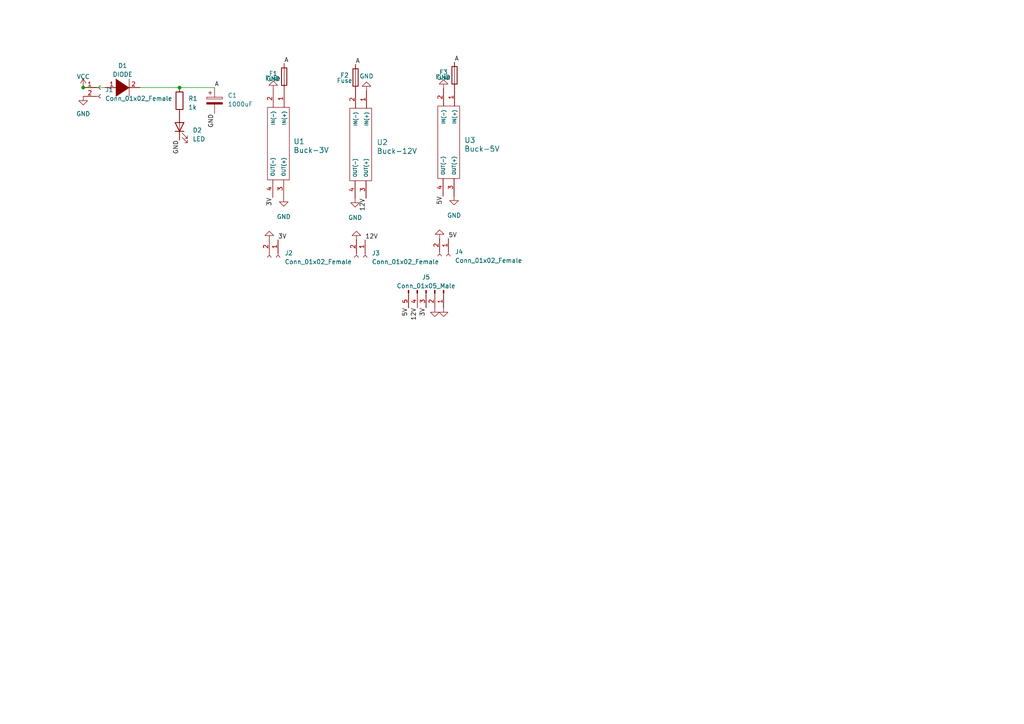
<source format=kicad_sch>
(kicad_sch (version 20220404) (generator eeschema)
  (paper "A4")
  (lib_symbols
    (symbol "Connector:Conn_01x02_Female" (pin_names (offset 1.016) hide)
      (property "Reference" "J" (at 0 2.54 0))
      (property "Value" "Conn_01x02_Female" (at 0 -5.08 0))
      (symbol "Conn_01x02_Female_1_1"
        (arc (start 0 -2.032) (mid -0.508 -2.54) (end 0 -3.048) (stroke (width 0.1524)))
        (polyline (pts (xy -1.27 -2.54) (xy -0.508 -2.54)) (stroke (width 0.1524)))
        (polyline (pts (xy -1.27 0) (xy -0.508 0)) (stroke (width 0.1524)))
        (arc (start 0 0.508) (mid -0.508 0) (end 0 -0.508) (stroke (width 0.1524)))
        (pin passive line (at -5.08 0 0) (length 3.81) (name "Pin_1") (number "1"))
        (pin passive line (at -5.08 -2.54 0) (length 3.81) (name "Pin_2") (number "2"))
      )
    )
    (symbol "Connector:Conn_01x05_Male" (pin_names (offset 1.016) hide)
      (property "Reference" "J" (at 0 7.62 0))
      (property "Value" "Conn_01x05_Male" (at 0 -7.62 0))
      (symbol "Conn_01x05_Male_1_1"
        (polyline (pts (xy 1.27 -5.08) (xy 0.8636 -5.08)) (stroke (width 0.1524)))
        (polyline (pts (xy 1.27 -2.54) (xy 0.8636 -2.54)) (stroke (width 0.1524)))
        (polyline (pts (xy 1.27 0) (xy 0.8636 0)) (stroke (width 0.1524)))
        (polyline (pts (xy 1.27 2.54) (xy 0.8636 2.54)) (stroke (width 0.1524)))
        (polyline (pts (xy 1.27 5.08) (xy 0.8636 5.08)) (stroke (width 0.1524)))
        (rectangle (start 0.8636 -4.953) (end 0 -5.207) (stroke (width 0.1524)) (fill (type outline)))
        (rectangle (start 0.8636 -2.413) (end 0 -2.667) (stroke (width 0.1524)) (fill (type outline)))
        (rectangle (start 0.8636 0.127) (end 0 -0.127) (stroke (width 0.1524)) (fill (type outline)))
        (rectangle (start 0.8636 2.667) (end 0 2.413) (stroke (width 0.1524)) (fill (type outline)))
        (rectangle (start 0.8636 5.207) (end 0 4.953) (stroke (width 0.1524)) (fill (type outline)))
        (pin passive line (at 5.08 5.08 180) (length 3.81) (name "Pin_1") (number "1"))
        (pin passive line (at 5.08 2.54 180) (length 3.81) (name "Pin_2") (number "2"))
        (pin passive line (at 5.08 0 180) (length 3.81) (name "Pin_3") (number "3"))
        (pin passive line (at 5.08 -2.54 180) (length 3.81) (name "Pin_4") (number "4"))
        (pin passive line (at 5.08 -5.08 180) (length 3.81) (name "Pin_5") (number "5"))
      )
    )
    (symbol "Device:C_Polarized" (pin_numbers hide) (pin_names (offset 0.254))
      (property "Reference" "C" (at 0.635 2.54 0))
      (property "Value" "C_Polarized" (at 0.635 -2.54 0))
      (symbol "C_Polarized_0_1"
        (rectangle (start -2.286 0.508) (end 2.286 1.016))
        (polyline (pts (xy -1.778 2.286) (xy -0.762 2.286)))
        (polyline (pts (xy -1.27 2.794) (xy -1.27 1.778)))
        (rectangle (start 2.286 -0.508) (end -2.286 -1.016) (fill (type outline)))
      )
      (symbol "C_Polarized_1_1"
        (pin passive line (at 0 3.81 270) (length 2.794) (name "~") (number "1"))
        (pin passive line (at 0 -3.81 90) (length 2.794) (name "~") (number "2"))
      )
    )
    (symbol "Device:Fuse" (pin_numbers hide) (pin_names (offset 0))
      (property "Reference" "F" (at 2.032 0 90))
      (property "Value" "Fuse" (at -1.905 0 90))
      (symbol "Fuse_0_1"
        (rectangle (start -0.762 -2.54) (end 0.762 2.54) (stroke (width 0.254)))
        (polyline (pts (xy 0 2.54) (xy 0 -2.54)))
      )
      (symbol "Fuse_1_1"
        (pin passive line (at 0 3.81 270) (length 1.27) (name "~") (number "1"))
        (pin passive line (at 0 -3.81 90) (length 1.27) (name "~") (number "2"))
      )
    )
    (symbol "Device:LED" (pin_numbers hide) (pin_names (offset 1.016) hide)
      (property "Reference" "D" (at 0 2.54 0))
      (property "Value" "LED" (at 0 -2.54 0))
      (symbol "LED_0_1"
        (polyline (pts (xy -1.27 -1.27) (xy -1.27 1.27)) (stroke (width 0.254)))
        (polyline (pts (xy -1.27 0) (xy 1.27 0)))
        (polyline (pts (xy 1.27 -1.27) (xy 1.27 1.27) (xy -1.27 0) (xy 1.27 -1.27)) (stroke (width 0.254)))
        (polyline (pts (xy -3.048 -0.762) (xy -4.572 -2.286) (xy -3.81 -2.286) (xy -4.572 -2.286) (xy -4.572 -1.524)))
        (polyline (pts (xy -1.778 -0.762) (xy -3.302 -2.286) (xy -2.54 -2.286) (xy -3.302 -2.286) (xy -3.302 -1.524)))
      )
      (symbol "LED_1_1"
        (pin passive line (at -3.81 0 0) (length 2.54) (name "K") (number "1"))
        (pin passive line (at 3.81 0 180) (length 2.54) (name "A") (number "2"))
      )
    )
    (symbol "Device:R" (pin_numbers hide) (pin_names (offset 0))
      (property "Reference" "R" (at 2.032 0 90))
      (property "Value" "R" (at 0 0 90))
      (symbol "R_0_1"
        (rectangle (start -1.016 -2.54) (end 1.016 2.54) (stroke (width 0.254)))
      )
      (symbol "R_1_1"
        (pin passive line (at 0 3.81 270) (length 1.27) (name "~") (number "1"))
        (pin passive line (at 0 -3.81 90) (length 1.27) (name "~") (number "2"))
      )
    )
    (symbol "Prashant_library:Buck" (pin_names (offset 1.016))
      (property "Reference" "U" (at 8.2296 7.4676 0))
      (property "Value" "Buck" (at 3.1496 7.4676 0))
      (symbol "Buck_0_0"
        (rectangle (start 0.0254 6.4516) (end 21.0566 0.1016))
      )
      (symbol "Buck_1_1"
        (pin input line (at -5.08 4.953 0) (length 5.08) (name "IN(+)") (number "1"))
        (pin input line (at -5.08 1.778 0) (length 5.08) (name "IN(-)") (number "2"))
        (pin input line (at 26.162 4.826 180) (length 5.08) (name "OUT(+)") (number "3"))
        (pin input line (at 26.162 1.651 180) (length 5.08) (name "OUT(-)") (number "4"))
      )
    )
    (symbol "power:GND" (power) (pin_names (offset 0))
      (property "Value" "GND" (at 0 -3.81 0))
      (symbol "GND_0_1"
        (polyline (pts (xy 0 0) (xy 0 -1.27) (xy 1.27 -1.27) (xy 0 -2.54) (xy -1.27 -1.27) (xy 0 -1.27)))
      )
      (symbol "GND_1_1"
        (pin power_in line (at 0 0 270) (length 0) hide (name "GND") (number "1"))
      )
    )
    (symbol "power:VCC" (power) (pin_names (offset 0))
      (property "Value" "VCC" (at 0 3.81 0))
      (symbol "VCC_0_1"
        (polyline (pts (xy -0.762 1.27) (xy 0 2.54)))
        (polyline (pts (xy 0 0) (xy 0 2.54)))
        (polyline (pts (xy 0 2.54) (xy 0.762 1.27)))
      )
      (symbol "VCC_1_1"
        (pin power_in line (at 0 0 90) (length 0) hide (name "VCC") (number "1"))
      )
    )
    (symbol "pspice:DIODE" (pin_names (offset 1.016) hide)
      (property "Reference" "D" (at 0 3.81 0))
      (property "Value" "DIODE" (at 0 -4.445 0))
      (symbol "DIODE_0_1"
        (polyline (pts (xy 1.905 2.54) (xy 1.905 -2.54)))
        (polyline (pts (xy -1.905 2.54) (xy -1.905 -2.54) (xy 1.905 0)) (fill (type outline)))
      )
      (symbol "DIODE_1_1"
        (pin input line (at -5.08 0 0) (length 3.81) (name "K") (number "1"))
        (pin input line (at 5.08 0 180) (length 3.81) (name "A") (number "2"))
      )
    )
  )
  (junction (at 24.13 25.4))
  (junction (at 52.07 25.4))
  (wire (pts (xy 52.07 25.4) (xy 62.23 25.4)))
  (wire (pts (xy 40.64 25.4) (xy 52.07 25.4)))
  (wire (pts (xy 24.13 25.4) (xy 30.48 25.4)))
  (label "A" (at 131.826 18.034 0))
  (label "GND" (at 62.23 33.02 90))
  (label "GND" (at 52.07 40.64 90))
  (label "3V" (at 123.571 89.281 90))
  (label "12V" (at 105.918 69.596 0))
  (label "A" (at 62.23 25.4 0))
  (label "12V" (at 106.172 57.531 90))
  (label "3V" (at 79.121 57.277 90))
  (label "5V" (at 128.524 56.896 90))
  (label "5V" (at 130.048 69.215 0))
  (label "A" (at 82.423 18.415 0))
  (label "A" (at 103.124 18.669 0))
  (label "12V" (at 121.031 89.281 90))
  (label "3V" (at 80.645 69.596 0))
  (label "5V" (at 118.491 89.281 90))
  (symbol (lib_id "power:GND") (at 106.299 26.289 180) (unit 1)
    (default_instance (reference "#PWR") (unit 1) (value "GND") (footprint ""))
    (property "Reference" "#PWR0107" (effects hide))
    (property "Value" "GND" (at 106.299 22.098 0))
  )
  (symbol (lib_id "Connector:Conn_01x02_Female") (at 130.048 74.295 270) (unit 1)
    (default_instance (reference "J") (unit 1) (value "Conn_01x02_Female") (footprint ""))
    (property "Reference" "J4" (at 131.953 73.025 90) (effects (justify left)))
    (property "Value" "Conn_01x02_Female" (at 131.953 75.565 90) (effects (justify left)))
    (property "Footprint" "modFiles:Solar_Connector" (effects hide))
  )
  (symbol (lib_id "Device:Fuse") (at 103.124 22.479 0) (unit 1)
    (default_instance (reference "F") (unit 1) (value "Fuse") (footprint ""))
    (property "Reference" "F2" (at 98.679 21.844 0) (effects (justify left)))
    (property "Value" "Fuse" (at 97.663 23.368 0) (effects (justify left)))
    (property "Footprint" "modFiles:Fuse_Holder" (effects hide))
  )
  (symbol (lib_id "power:GND") (at 131.699 56.896 0) (unit 1)
    (default_instance (reference "#PWR") (unit 1) (value "GND") (footprint ""))
    (property "Reference" "#PWR0105" (effects hide))
    (property "Value" "GND" (at 131.699 62.484 0))
  )
  (symbol (lib_id "power:GND") (at 102.997 57.531 0) (unit 1)
    (default_instance (reference "#PWR") (unit 1) (value "GND") (footprint ""))
    (property "Reference" "#PWR0110" (effects hide))
    (property "Value" "GND" (at 102.997 63.119 0))
  )
  (symbol (lib_id "power:VCC") (at 24.13 25.4 0) (unit 1)
    (default_instance (reference "#PWR") (unit 1) (value "VCC") (footprint ""))
    (property "Reference" "#PWR0113" (effects hide))
    (property "Value" "VCC" (at 24.13 22.225 0))
  )
  (symbol (lib_id "Prashant_library:Buck") (at 77.47 31.115 270) (unit 1)
    (default_instance (reference "U") (unit 1) (value "Buck") (footprint ""))
    (property "Reference" "U1" (at 85.09 41.021 90) (effects (font (size 1.524 1.524)) (justify left)))
    (property "Value" "Buck-3V" (at 85.09 43.561 90) (effects (font (size 1.524 1.524)) (justify left)))
    (property "Footprint" "modFiles:Buck_Regulator" (effects hide))
  )
  (symbol (lib_id "Connector:Conn_01x02_Female") (at 29.21 25.4 0) (unit 1)
    (default_instance (reference "J") (unit 1) (value "Conn_01x02_Female") (footprint ""))
    (property "Reference" "J1" (at 30.48 26.035 0) (effects (justify left)))
    (property "Value" "Conn_01x02_Female" (at 30.48 28.575 0) (effects (justify left)))
    (property "Footprint" "modFiles:Solar_Connector" (effects hide))
  )
  (symbol (lib_id "power:GND") (at 127.508 69.215 180) (unit 1)
    (default_instance (reference "#PWR") (unit 1) (value "GND") (footprint ""))
    (property "Reference" "#PWR0108" (effects hide))
    (property "Value" "GND" (effects hide))
  )
  (symbol (lib_id "Device:Fuse") (at 131.826 21.844 0) (unit 1)
    (default_instance (reference "F") (unit 1) (value "Fuse") (footprint ""))
    (property "Reference" "F3" (at 127.381 20.955 0) (effects (justify left)))
    (property "Value" "Fuse" (at 126.238 22.352 0) (effects (justify left)))
    (property "Footprint" "modFiles:Fuse_Holder" (effects hide))
  )
  (symbol (lib_id "power:GND") (at 78.105 69.596 180) (unit 1)
    (default_instance (reference "#PWR") (unit 1) (value "GND") (footprint ""))
    (property "Reference" "#PWR0111" (effects hide))
    (property "Value" "GND" (effects hide))
  )
  (symbol (lib_id "Device:LED") (at 52.07 36.83 90) (unit 1)
    (default_instance (reference "D") (unit 1) (value "LED") (footprint ""))
    (property "Reference" "D2" (at 55.88 37.7825 90) (effects (justify right)))
    (property "Value" "LED" (at 55.88 40.3225 90) (effects (justify right)))
    (property "Footprint" "modFiles:LED_D3.0mm" (effects hide))
  )
  (symbol (lib_id "pspice:DIODE") (at 35.56 25.4 0) (unit 1)
    (default_instance (reference "D") (unit 1) (value "DIODE") (footprint ""))
    (property "Reference" "D1" (at 35.56 19.05 0))
    (property "Value" "DIODE" (at 35.56 21.59 0))
    (property "Footprint" "modFiles:Diode_Medium" (effects hide))
  )
  (symbol (lib_id "power:GND") (at 24.13 27.94 0) (unit 1)
    (default_instance (reference "#PWR") (unit 1) (value "GND") (footprint ""))
    (property "Reference" "#PWR0112" (effects hide))
    (property "Value" "GND" (at 24.13 33.02 0))
  )
  (symbol (lib_id "Connector:Conn_01x02_Female") (at 80.645 74.676 270) (unit 1)
    (default_instance (reference "J") (unit 1) (value "Conn_01x02_Female") (footprint ""))
    (property "Reference" "J2" (at 82.55 73.406 90) (effects (justify left)))
    (property "Value" "Conn_01x02_Female" (at 82.55 75.946 90) (effects (justify left)))
    (property "Footprint" "modFiles:Solar_Connector" (effects hide))
  )
  (symbol (lib_id "Connector:Conn_01x02_Female") (at 105.918 74.676 270) (unit 1)
    (default_instance (reference "J") (unit 1) (value "Conn_01x02_Female") (footprint ""))
    (property "Reference" "J3" (at 107.823 73.406 90) (effects (justify left)))
    (property "Value" "Conn_01x02_Female" (at 107.823 75.946 90) (effects (justify left)))
    (property "Footprint" "modFiles:Solar_Connector" (effects hide))
  )
  (symbol (lib_id "Prashant_library:Buck") (at 126.873 30.734 270) (unit 1)
    (default_instance (reference "U") (unit 1) (value "Buck") (footprint ""))
    (property "Reference" "U3" (at 134.62 40.64 90) (effects (font (size 1.524 1.524)) (justify left)))
    (property "Value" "Buck-5V" (at 134.62 43.18 90) (effects (font (size 1.524 1.524)) (justify left)))
    (property "Footprint" "modFiles:Buck_Regulator" (effects hide))
  )
  (symbol (lib_id "Device:R") (at 52.07 29.21 180) (unit 1)
    (default_instance (reference "R") (unit 1) (value "R") (footprint ""))
    (property "Reference" "R1" (at 54.61 28.575 0) (effects (justify right)))
    (property "Value" "1k" (at 54.61 31.115 0) (effects (justify right)))
    (property "Footprint" "modFiles:Resistor_small" (effects hide))
  )
  (symbol (lib_id "power:GND") (at 103.378 69.596 180) (unit 1)
    (default_instance (reference "#PWR") (unit 1) (value "GND") (footprint ""))
    (property "Reference" "#PWR0106" (effects hide))
    (property "Value" "GND" (effects hide))
  )
  (symbol (lib_id "power:GND") (at 82.296 57.277 0) (unit 1)
    (default_instance (reference "#PWR") (unit 1) (value "GND") (footprint ""))
    (property "Reference" "#PWR0109" (effects hide))
    (property "Value" "GND" (at 82.296 62.865 0))
  )
  (symbol (lib_id "power:GND") (at 126.111 89.281 0) (unit 1)
    (default_instance (reference "#PWR") (unit 1) (value "GND") (footprint ""))
    (property "Reference" "#PWR0103" (effects hide))
    (property "Value" "GND" (effects hide))
  )
  (symbol (lib_id "Connector:Conn_01x05_Male") (at 123.571 84.201 270) (unit 1)
    (default_instance (reference "J") (unit 1) (value "Conn_01x05_Male") (footprint ""))
    (property "Reference" "J5" (at 123.571 80.391 90))
    (property "Value" "Conn_01x05_Male" (at 123.571 82.931 90))
    (property "Footprint" "modFiles:JST_5_BIG" (effects hide))
  )
  (symbol (lib_id "power:GND") (at 128.651 25.654 180) (unit 1)
    (default_instance (reference "#PWR") (unit 1) (value "GND") (footprint ""))
    (property "Reference" "#PWR0102" (effects hide))
    (property "Value" "GND" (at 128.651 22.479 0))
  )
  (symbol (lib_id "power:GND") (at 128.651 89.281 0) (unit 1)
    (default_instance (reference "#PWR") (unit 1) (value "GND") (footprint ""))
    (property "Reference" "#PWR0104" (effects hide))
    (property "Value" "GND" (effects hide))
  )
  (symbol (lib_id "Prashant_library:Buck") (at 101.346 31.369 270) (unit 1)
    (default_instance (reference "U") (unit 1) (value "Buck") (footprint ""))
    (property "Reference" "U2" (at 109.22 41.275 90) (effects (font (size 1.524 1.524)) (justify left)))
    (property "Value" "Buck-12V" (at 109.22 43.815 90) (effects (font (size 1.524 1.524)) (justify left)))
    (property "Footprint" "modFiles:Buck_5A" (effects hide))
  )
  (symbol (lib_id "Device:C_Polarized") (at 62.23 29.21 0) (unit 1)
    (default_instance (reference "C") (unit 1) (value "C_Polarized") (footprint ""))
    (property "Reference" "C1" (at 66.04 27.686 0) (effects (justify left)))
    (property "Value" "1000uF" (at 66.04 30.226 0) (effects (justify left)))
    (property "Footprint" "modFiles:Capacitor_1000uF" (effects hide))
  )
  (symbol (lib_id "power:GND") (at 79.248 26.035 180) (unit 1)
    (default_instance (reference "#PWR") (unit 1) (value "GND") (footprint ""))
    (property "Reference" "#PWR0101" (effects hide))
    (property "Value" "GND" (at 79.248 22.86 0))
  )
  (symbol (lib_id "Device:Fuse") (at 82.423 22.225 0) (unit 1)
    (default_instance (reference "F") (unit 1) (value "Fuse") (footprint ""))
    (property "Reference" "F1" (at 77.978 21.336 0) (effects (justify left)))
    (property "Value" "Fuse" (at 76.835 22.733 0) (effects (justify left)))
    (property "Footprint" "modFiles:Fuse_Holder" (effects hide))
  )
)
</source>
